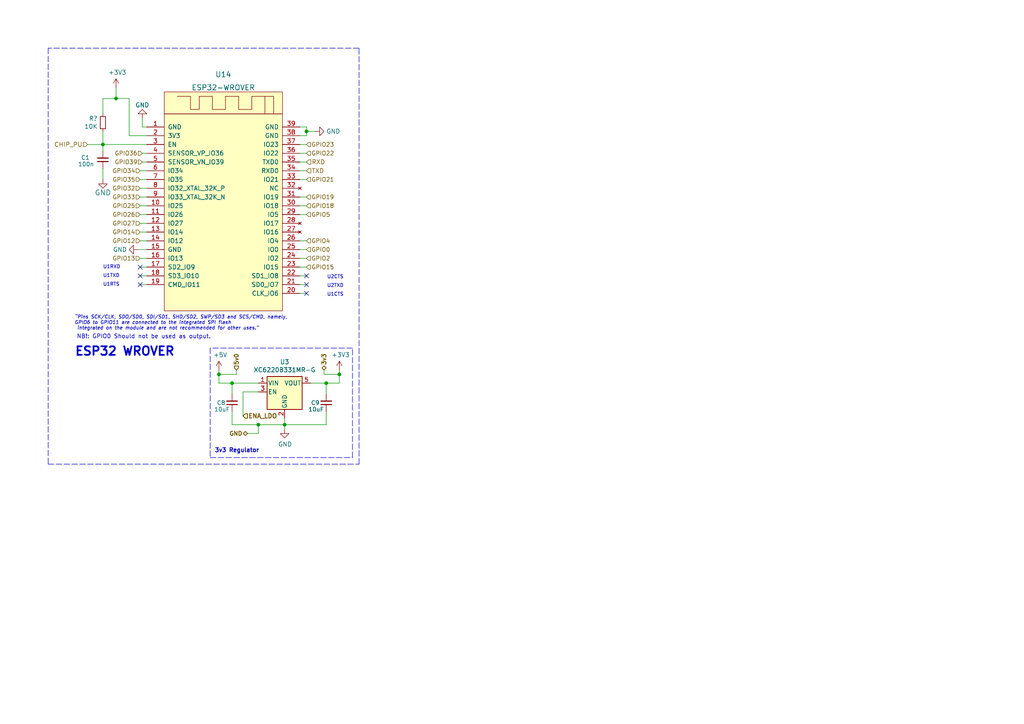
<source format=kicad_sch>
(kicad_sch (version 20211123) (generator eeschema)
  (paper "A4")
  (lib_symbols
    (symbol "Device:C_Small" (pin_numbers hide) (pin_names (offset 0.254) hide)
      (property "Reference" "C" (at 0.254 1.778 0))
      (property "Value" "C_Small" (at 0.254 -2.032 0))
      (symbol "C_Small_0_1"
        (polyline (pts (xy -1.524 -0.508) (xy 1.524 -0.508)) (stroke (width 0.3302)))
        (polyline (pts (xy -1.524 0.508) (xy 1.524 0.508)) (stroke (width 0.3048)))
      )
      (symbol "C_Small_1_1"
        (pin passive line (at 0 2.54 270) (length 2.032) (name "~") (number "1"))
        (pin passive line (at 0 -2.54 90) (length 2.032) (name "~") (number "2"))
      )
    )
    (symbol "Device:R_Small" (pin_numbers hide) (pin_names (offset 0.254) hide)
      (property "Reference" "R" (at 0.762 0.508 0))
      (property "Value" "R_Small" (at 0.762 -1.016 0))
      (symbol "R_Small_0_1"
        (rectangle (start -0.762 1.778) (end 0.762 -1.778) (stroke (width 0.2032)))
      )
      (symbol "R_Small_1_1"
        (pin passive line (at 0 2.54 270) (length 0.762) (name "~") (number "1"))
        (pin passive line (at 0 -2.54 90) (length 0.762) (name "~") (number "2"))
      )
    )
    (symbol "Lib:ESP32-WROVER" (pin_names (offset 1.016))
      (property "Reference" "U" (at -15.24 -33.02 0))
      (property "Value" "ESP32-WROVER" (at 6.35 -33.02 0))
      (symbol "ESP32-WROVER_0_1"
        (rectangle (start -17.78 22.86) (end 16.51 -34.29) (fill (type background)))
        (rectangle (start -17.78 29.21) (end 16.51 22.86) (fill (type background)))
        (polyline (pts (xy 11.43 27.94) (xy 13.97 27.94) (xy 13.97 22.86)))
        (polyline (pts (xy -13.97 27.94) (xy -10.16 27.94) (xy -10.16 24.13) (xy -7.62 24.13) (xy -7.62 27.94) (xy -3.81 27.94) (xy -3.81 24.13) (xy 0 24.13) (xy 0 27.94) (xy 3.81 27.94) (xy 3.81 24.13) (xy 7.62 24.13) (xy 7.62 27.94) (xy 11.43 27.94) (xy 11.43 22.86)))
      )
      (symbol "ESP32-WROVER_1_1"
        (pin power_in line (at -22.86 19.05 0) (length 5.08) (name "GND") (number "1"))
        (pin bidirectional line (at -22.86 -3.81 0) (length 5.08) (name "IO25") (number "10"))
        (pin bidirectional line (at -22.86 -6.35 0) (length 5.08) (name "IO26") (number "11"))
        (pin bidirectional line (at -22.86 -8.89 0) (length 5.08) (name "IO27") (number "12"))
        (pin bidirectional line (at -22.86 -11.43 0) (length 5.08) (name "IO14") (number "13"))
        (pin bidirectional line (at -22.86 -13.97 0) (length 5.08) (name "IO12") (number "14"))
        (pin power_in line (at -22.86 -16.51 0) (length 5.08) (name "GND") (number "15"))
        (pin bidirectional line (at -22.86 -19.05 0) (length 5.08) (name "IO13") (number "16"))
        (pin bidirectional line (at -22.86 -21.59 0) (length 5.08) (name "SD2_IO9") (number "17"))
        (pin bidirectional line (at -22.86 -24.13 0) (length 5.08) (name "SD3_IO10") (number "18"))
        (pin bidirectional line (at -22.86 -26.67 0) (length 5.08) (name "CMD_IO11") (number "19"))
        (pin power_in line (at -22.86 16.51 0) (length 5.08) (name "3V3") (number "2"))
        (pin bidirectional line (at 21.59 -29.21 180) (length 5.08) (name "CLK_IO6") (number "20"))
        (pin bidirectional line (at 21.59 -26.67 180) (length 5.08) (name "SD0_IO7") (number "21"))
        (pin bidirectional line (at 21.59 -24.13 180) (length 5.08) (name "SD1_IO8") (number "22"))
        (pin bidirectional line (at 21.59 -21.59 180) (length 5.08) (name "IO15") (number "23"))
        (pin bidirectional line (at 21.59 -19.05 180) (length 5.08) (name "IO2") (number "24"))
        (pin bidirectional line (at 21.59 -16.51 180) (length 5.08) (name "IO0") (number "25"))
        (pin bidirectional line (at 21.59 -13.97 180) (length 5.08) (name "IO4") (number "26"))
        (pin no_connect line (at 21.59 -11.43 180) (length 5.08) (name "IO16") (number "27"))
        (pin no_connect line (at 21.59 -8.89 180) (length 5.08) (name "IO17") (number "28"))
        (pin bidirectional line (at 21.59 -6.35 180) (length 5.08) (name "IO5") (number "29"))
        (pin input line (at -22.86 13.97 0) (length 5.08) (name "EN") (number "3"))
        (pin bidirectional line (at 21.59 -3.81 180) (length 5.08) (name "IO18") (number "30"))
        (pin bidirectional line (at 21.59 -1.27 180) (length 5.08) (name "IO19") (number "31"))
        (pin no_connect line (at 21.59 1.27 180) (length 5.08) (name "NC") (number "32"))
        (pin bidirectional line (at 21.59 3.81 180) (length 5.08) (name "IO21") (number "33"))
        (pin input line (at 21.59 6.35 180) (length 5.08) (name "RXD0") (number "34"))
        (pin output line (at 21.59 8.89 180) (length 5.08) (name "TXD0") (number "35"))
        (pin bidirectional line (at 21.59 11.43 180) (length 5.08) (name "IO22") (number "36"))
        (pin bidirectional line (at 21.59 13.97 180) (length 5.08) (name "IO23") (number "37"))
        (pin power_in line (at 21.59 16.51 180) (length 5.08) (name "GND") (number "38"))
        (pin power_in line (at 21.59 19.05 180) (length 5.08) (name "GND") (number "39"))
        (pin input line (at -22.86 11.43 0) (length 5.08) (name "SENSOR_VP_IO36") (number "4"))
        (pin input line (at -22.86 8.89 0) (length 5.08) (name "SENSOR_VN_IO39") (number "5"))
        (pin input line (at -22.86 6.35 0) (length 5.08) (name "IO34") (number "6"))
        (pin input line (at -22.86 3.81 0) (length 5.08) (name "IO35") (number "7"))
        (pin bidirectional line (at -22.86 1.27 0) (length 5.08) (name "IO32_XTAL_32K_P") (number "8"))
        (pin bidirectional line (at -22.86 -1.27 0) (length 5.08) (name "IO33_XTAL_32K_N") (number "9"))
      )
    )
    (symbol "Regulator_Linear:AP2112K-3.3" (pin_names (offset 0.254))
      (property "Reference" "U" (at -5.08 5.715 0))
      (property "Value" "AP2112K-3.3" (at 0 5.715 0))
      (symbol "AP2112K-3.3_0_1"
        (rectangle (start -5.08 4.445) (end 5.08 -5.08) (stroke (width 0.254)) (fill (type background)))
      )
      (symbol "AP2112K-3.3_1_1"
        (pin power_in line (at -7.62 2.54 0) (length 2.54) (name "VIN") (number "1"))
        (pin power_in line (at 0 -7.62 90) (length 2.54) (name "GND") (number "2"))
        (pin input line (at -7.62 0 0) (length 2.54) (name "EN") (number "3"))
        (pin no_connect line (at 5.08 0 180) (length 2.54) hide (name "NC") (number "4"))
        (pin power_out line (at 7.62 2.54 180) (length 2.54) (name "VOUT") (number "5"))
      )
    )
    (symbol "power:+3V3" (power) (pin_names (offset 0))
      (property "Value" "+3V3" (at 0 3.556 0))
      (symbol "+3V3_0_1"
        (polyline (pts (xy -0.762 1.27) (xy 0 2.54)))
        (polyline (pts (xy 0 0) (xy 0 2.54)))
        (polyline (pts (xy 0 2.54) (xy 0.762 1.27)))
      )
      (symbol "+3V3_1_1"
        (pin power_in line (at 0 0 90) (length 0) hide (name "+3V3") (number "1"))
      )
    )
    (symbol "power:+5V" (power) (pin_names (offset 0))
      (property "Value" "+5V" (at 0 3.556 0))
      (symbol "+5V_0_1"
        (polyline (pts (xy -0.762 1.27) (xy 0 2.54)))
        (polyline (pts (xy 0 0) (xy 0 2.54)))
        (polyline (pts (xy 0 2.54) (xy 0.762 1.27)))
      )
      (symbol "+5V_1_1"
        (pin power_in line (at 0 0 90) (length 0) hide (name "+5V") (number "1"))
      )
    )
    (symbol "power:GND" (power) (pin_names (offset 0))
      (property "Value" "GND" (at 0 -3.81 0))
      (symbol "GND_0_1"
        (polyline (pts (xy 0 0) (xy 0 -1.27) (xy 1.27 -1.27) (xy 0 -2.54) (xy -1.27 -1.27) (xy 0 -1.27)))
      )
      (symbol "GND_1_1"
        (pin power_in line (at 0 0 270) (length 0) hide (name "GND") (number "1"))
      )
    )
  )
  (junction (at 82.55 123.19))
  (junction (at 98.425 108.585))
  (junction (at 88.9 38.1))
  (junction (at 63.5 108.585))
  (junction (at 29.845 41.91))
  (junction (at 67.31 111.125))
  (junction (at 94.615 111.125))
  (junction (at 74.93 123.19))
  (junction (at 33.655 28.575))
  (no_connect (at 88.9 85.09))
  (no_connect (at 88.9 80.01))
  (no_connect (at 88.9 82.55))
  (no_connect (at 40.64 80.01))
  (no_connect (at 40.64 77.47))
  (no_connect (at 40.64 82.55))
  (wire (pts (xy 88.9 80.01) (xy 86.995 80.01)))
  (wire (pts (xy 74.93 125.73) (xy 74.93 123.19)))
  (wire (pts (xy 40.64 80.01) (xy 42.545 80.01)))
  (wire (pts (xy 74.93 111.125) (xy 67.31 111.125)))
  (wire (pts (xy 88.9 39.37) (xy 86.995 39.37)))
  (wire (pts (xy 40.64 57.15) (xy 42.545 57.15)))
  (wire (pts (xy 40.64 64.77) (xy 42.545 64.77)))
  (wire (pts (xy 94.615 114.3) (xy 94.615 111.125)))
  (wire (pts (xy 63.5 108.585) (xy 63.5 107.315)))
  (wire (pts (xy 68.58 108.585) (xy 68.58 107.315)))
  (wire (pts (xy 94.615 119.38) (xy 94.615 123.19)))
  (wire (pts (xy 82.55 123.19) (xy 82.55 121.285)))
  (wire (pts (xy 70.485 113.665) (xy 74.93 113.665)))
  (wire (pts (xy 88.9 62.23) (xy 86.995 62.23)))
  (polyline (pts (xy 104.14 13.97) (xy 13.97 13.97)))
  (wire (pts (xy 88.9 77.47) (xy 86.995 77.47)))
  (wire (pts (xy 40.64 49.53) (xy 42.545 49.53)))
  (wire (pts (xy 88.9 44.45) (xy 86.995 44.45)))
  (wire (pts (xy 29.845 33.02) (xy 29.845 28.575)))
  (wire (pts (xy 40.64 62.23) (xy 42.545 62.23)))
  (wire (pts (xy 82.55 123.19) (xy 82.55 124.46)))
  (polyline (pts (xy 60.96 100.965) (xy 60.96 132.715)))
  (wire (pts (xy 88.9 52.07) (xy 86.995 52.07)))
  (wire (pts (xy 98.425 108.585) (xy 93.98 108.585)))
  (wire (pts (xy 90.17 111.125) (xy 94.615 111.125)))
  (wire (pts (xy 40.64 82.55) (xy 42.545 82.55)))
  (wire (pts (xy 63.5 111.125) (xy 63.5 108.585)))
  (wire (pts (xy 88.9 38.1) (xy 88.9 39.37)))
  (wire (pts (xy 82.55 123.19) (xy 94.615 123.19)))
  (wire (pts (xy 29.845 41.91) (xy 25.4 41.91)))
  (wire (pts (xy 88.9 41.91) (xy 86.995 41.91)))
  (wire (pts (xy 42.545 72.39) (xy 40.005 72.39)))
  (wire (pts (xy 33.655 28.575) (xy 33.655 25.4)))
  (polyline (pts (xy 102.235 132.715) (xy 102.235 100.965)))
  (wire (pts (xy 29.845 48.895) (xy 29.845 52.07)))
  (wire (pts (xy 88.9 57.15) (xy 86.995 57.15)))
  (wire (pts (xy 67.31 114.3) (xy 67.31 111.125)))
  (wire (pts (xy 37.465 39.37) (xy 37.465 28.575)))
  (polyline (pts (xy 60.96 132.715) (xy 102.235 132.715)))
  (wire (pts (xy 67.31 111.125) (xy 63.5 111.125)))
  (wire (pts (xy 88.9 69.85) (xy 86.995 69.85)))
  (wire (pts (xy 37.465 28.575) (xy 33.655 28.575)))
  (wire (pts (xy 88.9 82.55) (xy 86.995 82.55)))
  (wire (pts (xy 88.9 38.1) (xy 91.44 38.1)))
  (wire (pts (xy 93.98 108.585) (xy 93.98 107.315)))
  (wire (pts (xy 40.64 69.85) (xy 42.545 69.85)))
  (wire (pts (xy 29.845 43.815) (xy 29.845 41.91)))
  (wire (pts (xy 42.545 44.45) (xy 41.275 44.45)))
  (polyline (pts (xy 13.97 134.62) (xy 104.14 134.62)))
  (wire (pts (xy 86.995 49.53) (xy 88.9 49.53)))
  (polyline (pts (xy 102.235 100.965) (xy 60.96 100.965)))
  (wire (pts (xy 88.9 59.69) (xy 86.995 59.69)))
  (wire (pts (xy 40.64 67.31) (xy 42.545 67.31)))
  (wire (pts (xy 40.64 77.47) (xy 42.545 77.47)))
  (wire (pts (xy 41.275 36.83) (xy 41.275 34.29)))
  (wire (pts (xy 98.425 111.125) (xy 98.425 108.585)))
  (polyline (pts (xy 13.97 13.97) (xy 13.97 134.62)))
  (wire (pts (xy 63.5 108.585) (xy 68.58 108.585)))
  (polyline (pts (xy 104.14 134.62) (xy 104.14 13.97)))
  (wire (pts (xy 88.9 72.39) (xy 86.995 72.39)))
  (wire (pts (xy 88.9 74.93) (xy 86.995 74.93)))
  (wire (pts (xy 40.64 54.61) (xy 42.545 54.61)))
  (wire (pts (xy 88.9 46.99) (xy 86.995 46.99)))
  (wire (pts (xy 33.655 28.575) (xy 29.845 28.575)))
  (wire (pts (xy 71.755 125.73) (xy 74.93 125.73)))
  (wire (pts (xy 74.93 123.19) (xy 82.55 123.19)))
  (wire (pts (xy 67.31 119.38) (xy 67.31 123.19)))
  (wire (pts (xy 94.615 111.125) (xy 98.425 111.125)))
  (wire (pts (xy 88.9 85.09) (xy 86.995 85.09)))
  (wire (pts (xy 40.64 52.07) (xy 42.545 52.07)))
  (wire (pts (xy 40.64 74.93) (xy 42.545 74.93)))
  (wire (pts (xy 29.845 41.91) (xy 42.545 41.91)))
  (wire (pts (xy 42.545 36.83) (xy 41.275 36.83)))
  (wire (pts (xy 98.425 108.585) (xy 98.425 107.315)))
  (wire (pts (xy 41.275 46.99) (xy 42.545 46.99)))
  (wire (pts (xy 70.485 120.65) (xy 70.485 113.665)))
  (wire (pts (xy 29.845 38.1) (xy 29.845 41.91)))
  (wire (pts (xy 42.545 39.37) (xy 37.465 39.37)))
  (wire (pts (xy 86.995 36.83) (xy 88.9 36.83)))
  (wire (pts (xy 88.9 36.83) (xy 88.9 38.1)))
  (wire (pts (xy 67.31 123.19) (xy 74.93 123.19)))
  (wire (pts (xy 40.64 59.69) (xy 42.545 59.69)))
  (text "U1RTS" (at 29.845 83.185 0) (effects (font (size 0.9906 0.9906)) (justify left bottom)))
  (text "U1TXD" (at 29.845 80.645 0) (effects (font (size 0.9906 0.9906)) (justify left bottom)))
  (text "3v3 Regulator" (at 62.23 131.445 0) (effects (font (size 1.1938 1.1938) (thickness 0.2388) bold) (justify left bottom)))
  (text "“Pins SCK/CLK, SDO/SD0, SDI/SD1, SHD/SD2, SWP/SD3 and SCS/CMD, namely, \nGPIO6 to GPIO11 are connected to the integrated SPI flash\n integrated on the module and are not recommended for other uses.”" (at 21.59 95.885 0) (effects (font (size 0.9906 0.9906) italic) (justify left bottom)))
  (text "U1CTS" (at 99.695 86.0806 180) (effects (font (size 0.9906 0.9906)) (justify right bottom)))
  (text "U2CTS" (at 99.695 81.0006 180) (effects (font (size 0.9906 0.9906)) (justify right bottom)))
  (text "NB!: GPIO0 Should not be used as output." (at 22.225 98.425 0) (effects (font (size 1.1938 1.1938)) (justify left bottom)))
  (text "ESP32 WROVER" (at 21.59 103.505 0) (effects (font (size 2.4892 2.4892) (thickness 0.4978) bold) (justify left bottom)))
  (text "U2TXD" (at 99.695 83.5406 180) (effects (font (size 0.9906 0.9906)) (justify right bottom)))
  (text "U1RXD" (at 29.845 78.105 0) (effects (font (size 0.9906 0.9906)) (justify left bottom)))
  (hierarchical_label "GPIO23" (shape input) (at 88.9 41.91 0) (effects (font (size 1.1938 1.1938))))
  (hierarchical_label "GPIO4" (shape input) (at 88.9 69.85 0) (effects (font (size 1.1938 1.1938))))
  (hierarchical_label "GPIO18" (shape input) (at 88.9 59.69 0) (effects (font (size 1.1938 1.1938))))
  (hierarchical_label "GPIO19" (shape input) (at 88.9 57.15 0) (effects (font (size 1.1938 1.1938))))
  (hierarchical_label "RXD" (shape input) (at 88.9 46.99 0))
  (hierarchical_label "GPIO15" (shape input) (at 88.9 77.47 0) (effects (font (size 1.1938 1.1938))))
  (hierarchical_label "GPIO22" (shape input) (at 88.9 44.45 0) (effects (font (size 1.1938 1.1938))))
  (hierarchical_label "GPIO27" (shape input) (at 40.64 64.77 180) (effects (font (size 1.1938 1.1938))))
  (hierarchical_label "GPIO21" (shape input) (at 88.9 52.07 0) (effects (font (size 1.1938 1.1938))))
  (hierarchical_label "GPIO32" (shape input) (at 40.64 54.61 180) (effects (font (size 1.1938 1.1938))))
  (hierarchical_label "GPIO34" (shape input) (at 40.64 49.53 180) (effects (font (size 1.1938 1.1938))))
  (hierarchical_label "GPIO39" (shape input) (at 41.275 46.99 180) (effects (font (size 1.1938 1.1938))))
  (hierarchical_label "GPIO12" (shape input) (at 40.64 69.85 180) (effects (font (size 1.1938 1.1938))))
  (hierarchical_label "GPIO13" (shape input) (at 40.64 74.93 180) (effects (font (size 1.1938 1.1938))))
  (hierarchical_label "GPIO36" (shape input) (at 41.275 44.45 180) (effects (font (size 1.1938 1.1938))))
  (hierarchical_label "GPIO0" (shape input) (at 88.9 72.39 0) (effects (font (size 1.1938 1.1938))))
  (hierarchical_label "CHIP_PU" (shape input) (at 25.4 41.91 180))
  (hierarchical_label "5v0" (shape input) (at 68.58 107.315 90) (effects (font (size 1.1938 1.1938) (thickness 0.2388) bold)))
  (hierarchical_label "GPIO35" (shape input) (at 40.64 52.07 180) (effects (font (size 1.1938 1.1938))))
  (hierarchical_label "GPIO26" (shape input) (at 40.64 62.23 180) (effects (font (size 1.1938 1.1938))))
  (hierarchical_label "GPIO5" (shape input) (at 88.9 62.23 0) (effects (font (size 1.1938 1.1938))))
  (hierarchical_label "3v3" (shape bidirectional) (at 93.98 107.315 90) (effects (font (size 1.1938 1.1938) (thickness 0.2388) bold)))
  (hierarchical_label "GPIO14" (shape input) (at 40.64 67.31 180) (effects (font (size 1.1938 1.1938))))
  (hierarchical_label "TXD" (shape input) (at 88.9 49.53 0))
  (hierarchical_label "GPIO25" (shape input) (at 40.64 59.69 180) (effects (font (size 1.1938 1.1938))))
  (hierarchical_label "ENA_LDO" (shape input) (at 70.485 120.65 0) (effects (font (thickness 0.254) bold)))
  (hierarchical_label "GPIO33" (shape input) (at 40.64 57.15 180) (effects (font (size 1.1938 1.1938))))
  (hierarchical_label "GND" (shape bidirectional) (at 71.755 125.73 180) (effects (font (size 1.1938 1.1938) (thickness 0.2388) bold)))
  (hierarchical_label "GPIO2" (shape input) (at 88.9 74.93 0) (effects (font (size 1.1938 1.1938))))
  (symbol (lib_id "power:GND") (at 29.845 52.07 0) (unit 1)
    (property "Reference" "#SUPPLY0101" (effects hide))
    (property "Value" "GND" (at 29.845 55.88 0) (effects (font (size 1.4986 1.4986))))
  )
  (symbol (lib_id "power:GND") (at 82.55 124.46 0) (unit 1)
    (property "Reference" "#PWR0123" (effects hide))
    (property "Value" "GND" (at 82.677 128.8542 0))
  )
  (symbol (lib_id "Regulator_Linear:AP2112K-3.3") (at 82.55 113.665 0) (unit 1)
    (property "Reference" "U3" (at 82.55 104.9782 0))
    (property "Value" "XC6220B331MR-G" (at 82.55 107.2896 0))
    (property "Footprint" "Package_TO_SOT_SMD:SOT-23-5" (effects hide))
    (property "Datasheet" "https://media.digikey.com/pdf/Data%20Sheets/Torex/XC6220.pdf" (effects hide))
    (property "Digikey" "893-1133-1-ND" (effects hide))
  )
  (symbol (lib_id "power:+5V") (at 63.5 107.315 0) (unit 1)
    (property "Reference" "#PWR0120" (effects hide))
    (property "Value" "+5V" (at 63.881 102.9208 0))
  )
  (symbol (lib_id "power:+3V3") (at 98.425 107.315 0) (unit 1)
    (property "Reference" "#PWR0121" (effects hide))
    (property "Value" "+3V3" (at 98.806 102.9208 0))
  )
  (symbol (lib_id "Device:C_Small") (at 67.31 116.84 180) (unit 1)
    (property "Reference" "C8" (at 65.405 116.84 0) (effects (font (size 1.1938 1.1938)) (justify left)))
    (property "Value" "10uF" (at 66.675 118.745 0) (effects (font (size 1.1938 1.1938)) (justify left)))
    (property "Footprint" "Capacitor_SMD:C_0603_1608Metric_Pad1.05x0.95mm_HandSolder" (effects hide))
    (property "LCSC" "C326057" (effects hide))
  )
  (symbol (lib_id "Device:C_Small") (at 29.845 46.355 180) (unit 1)
    (property "Reference" "C1" (at 26.035 45.72 0) (effects (font (size 1.1938 1.1938)) (justify left)))
    (property "Value" "100n" (at 27.305 47.625 0) (effects (font (size 1.1938 1.1938)) (justify left)))
    (property "Footprint" "Capacitor_SMD:C_0603_1608Metric_Pad1.05x0.95mm_HandSolder" (effects hide))
    (property "LCSC" "C30926" (effects hide))
  )
  (symbol (lib_id "power:+3V3") (at 33.655 25.4 0) (unit 1)
    (property "Reference" "#PWR0129" (effects hide))
    (property "Value" "+3V3" (at 34.036 21.0058 0))
  )
  (symbol (lib_id "power:GND") (at 41.275 34.29 180) (unit 1)
    (property "Reference" "#PWR0130" (effects hide))
    (property "Value" "GND" (at 41.275 30.48 0))
  )
  (symbol (lib_id "power:GND") (at 40.005 72.39 270) (unit 1)
    (property "Reference" "#PWR0131" (effects hide))
    (property "Value" "GND" (at 36.83 72.39 90) (effects (justify right)))
  )
  (symbol (lib_id "power:GND") (at 91.44 38.1 90) (unit 1)
    (property "Reference" "#PWR0132" (effects hide))
    (property "Value" "GND" (at 94.615 38.1 90) (effects (justify right)))
  )
  (symbol (lib_id "Device:R_Small") (at 29.845 35.56 0) (mirror y) (unit 1)
    (property "Reference" "R?" (at 28.3464 34.3916 0) (effects (justify left)))
    (property "Value" "10K" (at 28.3464 36.703 0) (effects (justify left)))
    (property "Footprint" "Resistor_SMD:R_0603_1608Metric" (effects hide))
    (property "LCSC" "C98220" (effects hide))
  )
  (symbol (lib_id "Device:C_Small") (at 94.615 116.84 180) (unit 1)
    (property "Reference" "C9" (at 92.71 116.84 0) (effects (font (size 1.1938 1.1938)) (justify left)))
    (property "Value" "10uF" (at 93.98 118.745 0) (effects (font (size 1.1938 1.1938)) (justify left)))
    (property "Footprint" "Capacitor_SMD:C_0603_1608Metric_Pad1.05x0.95mm_HandSolder" (effects hide))
    (property "LCSC" "C326057" (effects hide))
  )
  (symbol (lib_id "Lib:ESP32-WROVER") (at 65.405 55.88 0) (unit 1)
    (property "Reference" "U14" (at 64.77 21.59 0) (effects (font (size 1.524 1.524))))
    (property "Value" "ESP32-WROVER" (at 64.77 25.4 0) (effects (font (size 1.524 1.524))))
    (property "Footprint" "Lib:ESP32-WROVER" (effects hide))
    (property "Digikey" "1965-ESP32-WROVER-E-N16R8CT-ND" (effects hide))
  )
)
</source>
